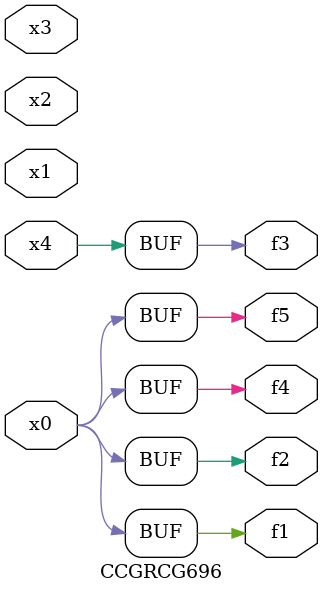
<source format=v>
module CCGRCG696(
	input x0, x1, x2, x3, x4,
	output f1, f2, f3, f4, f5
);
	assign f1 = x0;
	assign f2 = x0;
	assign f3 = x4;
	assign f4 = x0;
	assign f5 = x0;
endmodule

</source>
